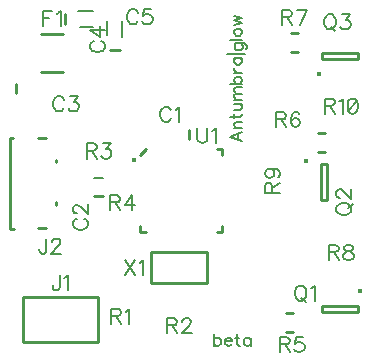
<source format=gbr>
G04 DipTrace 2.3.0.0*
%INTopSilk.gbr*%
%MOMM*%
%ADD10C,0.25*%
%ADD15C,0.2*%
%ADD17C,0.4*%
%ADD21C,0.16*%
%ADD37O,0.391X0.392*%
%ADD84C,0.196*%
%FSLAX53Y53*%
G04*
G71*
G90*
G75*
G01*
%LNTopSilk*%
%LPD*%
X14849Y19400D2*
D10*
Y18600D1*
X6800Y13849D2*
X7600D1*
X251Y22500D2*
Y23300D1*
X4352Y28400D2*
Y29200D1*
X9000Y26152D2*
X8200D1*
X4202Y27500D2*
X2298D1*
X4202Y24300D2*
X2298D1*
X795Y5240D2*
X7145D1*
Y1430D1*
X795D1*
Y5240D1*
X2070Y18740D2*
X2720D1*
X2120Y11100D2*
X2731D1*
X3640Y16850D2*
Y16659D1*
Y13300D2*
Y13070D1*
X-20Y18760D2*
X-220D1*
X-250D2*
Y11020D1*
X-260D2*
X10D1*
D37*
X29384Y5774D3*
X29150Y4500D2*
D10*
X26150D1*
Y4000D1*
X29150D1*
Y4500D1*
D37*
X24786Y16734D3*
X26060Y16500D2*
D10*
Y13500D1*
X26560D1*
Y16500D1*
X26060D1*
D37*
X25916Y24126D3*
X26150Y25400D2*
D10*
X29150D1*
Y25900D1*
X26150D1*
Y25400D1*
X23699Y3899D2*
X23101D1*
X23699Y2301D2*
X23101D1*
X26359Y19149D2*
X25761D1*
X26359Y17551D2*
X25761D1*
X24099Y27599D2*
X23501D1*
X24099Y26001D2*
X23501D1*
X10700Y10800D2*
Y11300D1*
Y10800D2*
X11200D1*
X17700D2*
Y11300D1*
Y10800D2*
X17200D1*
X17700Y17800D2*
Y17300D1*
Y17800D2*
X17200D1*
X10700Y17300D2*
X11200Y17800D1*
D17*
X10206Y16850D3*
X11669Y9110D2*
D10*
X16369D1*
Y6470D1*
X11669D1*
Y9110D1*
X5500Y29500D2*
D15*
X6700D1*
X5600Y28100D2*
X6700D1*
X9200Y28600D2*
Y27300D1*
X7900Y28600D2*
Y27400D1*
X6800Y15350D2*
X7550D1*
X13356Y21057D2*
D84*
X13296Y21177D1*
X13174Y21300D1*
X13053Y21360D1*
X12810D1*
X12688Y21300D1*
X12567Y21177D1*
X12506Y21057D1*
X12445Y20874D1*
Y20570D1*
X12506Y20388D1*
X12567Y20266D1*
X12688Y20146D1*
X12810Y20084D1*
X13053D1*
X13174Y20146D1*
X13296Y20266D1*
X13356Y20388D1*
X13749Y21116D2*
X13871Y21177D1*
X14053Y21358D1*
Y20084D1*
X5343Y11883D2*
X5223Y11823D1*
X5101Y11701D1*
X5040Y11580D1*
Y11337D1*
X5100Y11215D1*
X5223Y11094D1*
X5343Y11033D1*
X5526Y10972D1*
X5830D1*
X6012Y11033D1*
X6134Y11094D1*
X6254Y11215D1*
X6316Y11337D1*
Y11580D1*
X6254Y11701D1*
X6134Y11823D1*
X6012Y11883D1*
X5345Y12337D2*
X5284D1*
X5162Y12398D1*
X5102Y12458D1*
X5042Y12580D1*
Y12823D1*
X5102Y12944D1*
X5162Y13004D1*
X5284Y13066D1*
X5405D1*
X5527Y13004D1*
X5708Y12883D1*
X6316Y12276D1*
Y13126D1*
X4285Y21957D2*
X4224Y22077D1*
X4102Y22200D1*
X3982Y22260D1*
X3739D1*
X3617Y22200D1*
X3496Y22077D1*
X3434Y21957D1*
X3374Y21774D1*
Y21470D1*
X3434Y21288D1*
X3496Y21166D1*
X3617Y21046D1*
X3739Y20984D1*
X3982D1*
X4102Y21046D1*
X4224Y21166D1*
X4285Y21288D1*
X4799Y22258D2*
X5466D1*
X5102Y21773D1*
X5285D1*
X5406Y21712D1*
X5466Y21652D1*
X5528Y21470D1*
Y21349D1*
X5466Y21166D1*
X5345Y21044D1*
X5163Y20984D1*
X4980D1*
X4799Y21044D1*
X4739Y21106D1*
X4677Y21227D1*
X6784Y26904D2*
X6664Y26844D1*
X6541Y26721D1*
X6481Y26601D1*
Y26358D1*
X6541Y26236D1*
X6664Y26115D1*
X6784Y26053D1*
X6967Y25993D1*
X7271D1*
X7453Y26053D1*
X7575Y26115D1*
X7695Y26236D1*
X7757Y26358D1*
Y26601D1*
X7695Y26721D1*
X7575Y26844D1*
X7453Y26904D1*
X7757Y27904D2*
X6483D1*
X7332Y27296D1*
Y28207D1*
X10534Y29318D2*
X10474Y29439D1*
X10352Y29561D1*
X10231Y29621D1*
X9988D1*
X9866Y29561D1*
X9745Y29439D1*
X9683Y29318D1*
X9623Y29135D1*
Y28831D1*
X9683Y28650D1*
X9745Y28527D1*
X9866Y28407D1*
X9988Y28345D1*
X10231D1*
X10352Y28407D1*
X10474Y28527D1*
X10534Y28650D1*
X11655Y29620D2*
X11048D1*
X10988Y29074D1*
X11048Y29134D1*
X11231Y29196D1*
X11412D1*
X11594Y29134D1*
X11717Y29013D1*
X11777Y28831D1*
Y28710D1*
X11717Y28527D1*
X11594Y28405D1*
X11412Y28345D1*
X11231D1*
X11048Y28405D1*
X10988Y28467D1*
X10926Y28588D1*
X3297Y29460D2*
X2506D1*
Y28184D1*
Y28852D2*
X2992D1*
X3689Y29216D2*
X3811Y29277D1*
X3994Y29458D1*
Y28184D1*
X3926Y7100D2*
Y6128D1*
X3865Y5946D1*
X3803Y5886D1*
X3683Y5824D1*
X3561D1*
X3440Y5886D1*
X3379Y5946D1*
X3318Y6128D1*
Y6249D1*
X4318Y6856D2*
X4440Y6917D1*
X4622Y7098D1*
Y5824D1*
X2797Y10210D2*
Y9238D1*
X2737Y9056D1*
X2675Y8996D1*
X2555Y8934D1*
X2432D1*
X2312Y8996D1*
X2251Y9056D1*
X2190Y9238D1*
Y9359D1*
X3251Y9905D2*
Y9966D1*
X3312Y10088D1*
X3372Y10148D1*
X3494Y10208D1*
X3737D1*
X3858Y10148D1*
X3918Y10088D1*
X3980Y9966D1*
Y9845D1*
X3918Y9723D1*
X3798Y9542D1*
X3190Y8934D1*
X4040D1*
X24195Y6229D2*
X24074Y6170D1*
X23952Y6048D1*
X23892Y5926D1*
X23830Y5744D1*
Y5440D1*
X23892Y5258D1*
X23952Y5137D1*
X24074Y5015D1*
X24195Y4955D1*
X24438D1*
X24560Y5015D1*
X24681Y5137D1*
X24741Y5258D1*
X24803Y5440D1*
Y5744D1*
X24741Y5926D1*
X24681Y6048D1*
X24560Y6170D1*
X24438Y6229D1*
X24195D1*
X24377Y5198D2*
X24741Y4833D1*
X25195Y5985D2*
X25317Y6047D1*
X25499Y6228D1*
Y4953D1*
X27331Y12572D2*
X27390Y12451D1*
X27512Y12329D1*
X27634Y12268D1*
X27816Y12207D1*
X28120D1*
X28302Y12268D1*
X28423Y12329D1*
X28545Y12451D1*
X28605Y12572D1*
Y12815D1*
X28545Y12937D1*
X28423Y13057D1*
X28302Y13118D1*
X28120Y13180D1*
X27816D1*
X27634Y13118D1*
X27512Y13057D1*
X27390Y12937D1*
X27331Y12815D1*
Y12572D1*
X28362Y12754D2*
X28727Y13118D1*
X27635Y13634D2*
X27575D1*
X27453Y13694D1*
X27392Y13754D1*
X27332Y13876D1*
Y14119D1*
X27392Y14240D1*
X27453Y14300D1*
X27575Y14362D1*
X27696D1*
X27818Y14300D1*
X27999Y14180D1*
X28607Y13572D1*
Y14422D1*
X26693Y29185D2*
X26572Y29126D1*
X26450Y29004D1*
X26389Y28882D1*
X26328Y28699D1*
Y28396D1*
X26389Y28213D1*
X26450Y28093D1*
X26572Y27971D1*
X26693Y27910D1*
X26935D1*
X27058Y27971D1*
X27178Y28093D1*
X27239Y28213D1*
X27300Y28396D1*
Y28699D1*
X27239Y28882D1*
X27178Y29004D1*
X27058Y29126D1*
X26935Y29185D1*
X26693D1*
X26875Y28153D2*
X27239Y27788D1*
X27815Y29183D2*
X28482D1*
X28118Y28698D1*
X28300D1*
X28421Y28637D1*
X28482Y28577D1*
X28543Y28395D1*
Y28274D1*
X28482Y28091D1*
X28361Y27969D1*
X28178Y27909D1*
X27996D1*
X27815Y27969D1*
X27754Y28031D1*
X27693Y28152D1*
X8276Y3652D2*
X8822D1*
X9005Y3714D1*
X9067Y3774D1*
X9127Y3895D1*
Y4017D1*
X9067Y4138D1*
X9005Y4200D1*
X8822Y4260D1*
X8276D1*
Y2984D1*
X8702Y3652D2*
X9127Y2984D1*
X9519Y4016D2*
X9641Y4077D1*
X9824Y4258D1*
Y2984D1*
X13003Y2861D2*
X13549D1*
X13732Y2923D1*
X13794Y2984D1*
X13854Y3104D1*
Y3226D1*
X13794Y3347D1*
X13732Y3409D1*
X13549Y3469D1*
X13003D1*
Y2193D1*
X13429Y2861D2*
X13854Y2193D1*
X14308Y3165D2*
Y3225D1*
X14368Y3347D1*
X14429Y3407D1*
X14551Y3468D1*
X14794D1*
X14914Y3407D1*
X14975Y3347D1*
X15036Y3225D1*
Y3104D1*
X14975Y2982D1*
X14854Y2801D1*
X14246Y2193D1*
X15097D1*
X6203Y17652D2*
X6749D1*
X6932Y17714D1*
X6994Y17774D1*
X7054Y17895D1*
Y18017D1*
X6994Y18138D1*
X6932Y18200D1*
X6749Y18260D1*
X6203D1*
Y16984D1*
X6629Y17652D2*
X7054Y16984D1*
X7568Y18258D2*
X8235D1*
X7871Y17773D1*
X8054D1*
X8175Y17712D1*
X8235Y17652D1*
X8297Y17470D1*
Y17349D1*
X8235Y17166D1*
X8114Y17044D1*
X7932Y16984D1*
X7749D1*
X7568Y17044D1*
X7508Y17106D1*
X7446Y17227D1*
X8173Y13261D2*
X8719D1*
X8902Y13323D1*
X8963Y13384D1*
X9024Y13504D1*
Y13626D1*
X8963Y13747D1*
X8902Y13809D1*
X8719Y13869D1*
X8173D1*
Y12593D1*
X8598Y13261D2*
X9024Y12593D1*
X10024D2*
Y13868D1*
X9416Y13019D1*
X10327D1*
X22553Y1252D2*
X23099D1*
X23282Y1314D1*
X23344Y1374D1*
X23404Y1495D1*
Y1617D1*
X23344Y1738D1*
X23282Y1800D1*
X23099Y1860D1*
X22553D1*
Y584D1*
X22979Y1252D2*
X23404Y584D1*
X24525Y1858D2*
X23918D1*
X23858Y1312D1*
X23918Y1373D1*
X24101Y1435D1*
X24282D1*
X24464Y1373D1*
X24586Y1252D1*
X24647Y1070D1*
Y949D1*
X24586Y766D1*
X24464Y644D1*
X24282Y584D1*
X24101D1*
X23918Y644D1*
X23858Y706D1*
X23796Y827D1*
X22244Y20302D2*
X22790D1*
X22973Y20364D1*
X23034Y20424D1*
X23095Y20545D1*
Y20667D1*
X23034Y20788D1*
X22973Y20850D1*
X22790Y20910D1*
X22244D1*
Y19634D1*
X22669Y20302D2*
X23095Y19634D1*
X24216Y20727D2*
X24155Y20848D1*
X23973Y20908D1*
X23852D1*
X23669Y20848D1*
X23547Y20666D1*
X23487Y20362D1*
Y20059D1*
X23547Y19816D1*
X23669Y19694D1*
X23852Y19634D1*
X23912D1*
X24093Y19694D1*
X24216Y19816D1*
X24276Y19999D1*
Y20059D1*
X24216Y20242D1*
X24093Y20362D1*
X23912Y20423D1*
X23852D1*
X23669Y20362D1*
X23547Y20242D1*
X23487Y20059D1*
X22753Y28952D2*
X23299D1*
X23482Y29014D1*
X23544Y29074D1*
X23604Y29195D1*
Y29317D1*
X23544Y29438D1*
X23482Y29500D1*
X23299Y29560D1*
X22753D1*
Y28284D1*
X23179Y28952D2*
X23604Y28284D1*
X24239D2*
X24847Y29558D1*
X23996D1*
X26704Y9052D2*
X27250D1*
X27432Y9114D1*
X27494Y9174D1*
X27555Y9295D1*
Y9417D1*
X27494Y9538D1*
X27432Y9600D1*
X27250Y9660D1*
X26704D1*
Y8384D1*
X27129Y9052D2*
X27555Y8384D1*
X28250Y9658D2*
X28069Y9598D1*
X28007Y9477D1*
Y9355D1*
X28069Y9235D1*
X28190Y9173D1*
X28433Y9112D1*
X28615Y9052D1*
X28736Y8930D1*
X28796Y8809D1*
Y8627D1*
X28736Y8506D1*
X28675Y8444D1*
X28493Y8384D1*
X28250D1*
X28069Y8444D1*
X28007Y8506D1*
X27947Y8627D1*
Y8809D1*
X28007Y8930D1*
X28129Y9052D1*
X28310Y9112D1*
X28553Y9173D1*
X28675Y9235D1*
X28736Y9355D1*
Y9477D1*
X28675Y9598D1*
X28493Y9658D1*
X28250D1*
X21908Y14083D2*
Y14629D1*
X21846Y14812D1*
X21786Y14874D1*
X21665Y14934D1*
X21543D1*
X21422Y14874D1*
X21361Y14812D1*
X21300Y14629D1*
Y14083D1*
X22576D1*
X21908Y14509D2*
X22576Y14934D1*
X21726Y16117D2*
X21908Y16055D1*
X22030Y15934D1*
X22091Y15752D1*
Y15691D1*
X22030Y15509D1*
X21908Y15388D1*
X21726Y15326D1*
X21665D1*
X21483Y15388D1*
X21362Y15509D1*
X21302Y15691D1*
Y15752D1*
X21362Y15934D1*
X21483Y16055D1*
X21726Y16117D1*
X22030D1*
X22333Y16055D1*
X22516Y15934D1*
X22576Y15752D1*
Y15631D1*
X22516Y15448D1*
X22394Y15388D1*
X26355Y21452D2*
X26901D1*
X27083Y21514D1*
X27145Y21574D1*
X27206Y21695D1*
Y21817D1*
X27145Y21938D1*
X27083Y22000D1*
X26901Y22060D1*
X26355D1*
Y20784D1*
X26780Y21452D2*
X27206Y20784D1*
X27598Y21816D2*
X27720Y21877D1*
X27902Y22058D1*
Y20784D1*
X28659Y22058D2*
X28477Y21998D1*
X28355Y21816D1*
X28294Y21512D1*
Y21330D1*
X28355Y21027D1*
X28477Y20844D1*
X28659Y20784D1*
X28780D1*
X28963Y20844D1*
X29083Y21027D1*
X29145Y21330D1*
Y21512D1*
X29083Y21816D1*
X28963Y21998D1*
X28780Y22058D1*
X28659D1*
X29083Y21816D2*
X28355Y21027D1*
X15579Y19560D2*
Y18649D1*
X15640Y18466D1*
X15762Y18346D1*
X15944Y18284D1*
X16065D1*
X16248Y18346D1*
X16370Y18466D1*
X16430Y18649D1*
Y19560D1*
X16822Y19316D2*
X16944Y19377D1*
X17127Y19558D1*
Y18284D1*
X9445Y8370D2*
X10296Y7094D1*
Y8370D2*
X9445Y7094D1*
X10688Y8126D2*
X10810Y8187D1*
X10993Y8368D1*
Y7094D1*
X19359Y19231D2*
D21*
X18338Y18841D1*
X19359Y18453D1*
X19018Y18599D2*
Y19085D1*
X18678Y19545D2*
X19359D1*
X18872D2*
X18726Y19691D1*
X18678Y19788D1*
Y19933D1*
X18726Y20031D1*
X18872Y20079D1*
X19359D1*
X18338Y20539D2*
X19164D1*
X19309Y20587D1*
X19359Y20685D1*
Y20782D1*
X18678Y20393D2*
Y20733D1*
Y21095D2*
X19164D1*
X19309Y21144D1*
X19359Y21241D1*
Y21387D1*
X19309Y21484D1*
X19164Y21630D1*
X18678D2*
X19359D1*
X18678Y21944D2*
X19359D1*
X18872D2*
X18726Y22090D1*
X18678Y22187D1*
Y22332D1*
X18726Y22430D1*
X18872Y22478D1*
X19359D1*
X18872D2*
X18726Y22624D1*
X18678Y22722D1*
Y22867D1*
X18726Y22965D1*
X18872Y23014D1*
X19359D1*
X18338Y23328D2*
X19359D1*
X18824D2*
X18726Y23425D1*
X18678Y23522D1*
Y23668D1*
X18726Y23765D1*
X18824Y23862D1*
X18970Y23911D1*
X19067D1*
X19213Y23862D1*
X19309Y23765D1*
X19359Y23668D1*
Y23522D1*
X19309Y23425D1*
X19213Y23328D1*
X18678Y24224D2*
X19359D1*
X18970D2*
X18824Y24274D1*
X18726Y24370D1*
X18678Y24468D1*
Y24614D1*
Y25511D2*
X19359D1*
X18824D2*
X18726Y25414D1*
X18678Y25316D1*
Y25171D1*
X18726Y25074D1*
X18824Y24977D1*
X18970Y24928D1*
X19067D1*
X19213Y24977D1*
X19309Y25074D1*
X19359Y25171D1*
Y25316D1*
X19309Y25414D1*
X19213Y25511D1*
X18072Y25824D2*
X19626D1*
X18726Y26721D2*
X19505D1*
X19650Y26673D1*
X19699Y26624D1*
X19747Y26527D1*
Y26381D1*
X19699Y26284D1*
X18872Y26721D2*
X18776Y26624D1*
X18726Y26527D1*
Y26381D1*
X18776Y26284D1*
X18872Y26186D1*
X19018Y26138D1*
X19116D1*
X19261Y26186D1*
X19359Y26284D1*
X19407Y26381D1*
Y26527D1*
X19359Y26624D1*
X19261Y26721D1*
X18338Y27035D2*
X19359D1*
X18678Y27591D2*
X18726Y27494D1*
X18824Y27397D1*
X18970Y27348D1*
X19067D1*
X19213Y27397D1*
X19309Y27494D1*
X19359Y27591D1*
Y27737D1*
X19309Y27835D1*
X19213Y27931D1*
X19067Y27981D1*
X18970D1*
X18824Y27931D1*
X18726Y27835D1*
X18678Y27737D1*
Y27591D1*
Y28294D2*
X19359Y28489D1*
X18678Y28683D1*
X19359Y28877D1*
X18678Y29072D1*
X17000Y2134D2*
Y1113D1*
Y1648D2*
X17098Y1745D1*
X17194Y1794D1*
X17340D1*
X17437Y1745D1*
X17535Y1648D1*
X17583Y1502D1*
Y1405D1*
X17535Y1259D1*
X17437Y1162D1*
X17340Y1113D1*
X17194D1*
X17098Y1162D1*
X17000Y1259D1*
X17897Y1502D2*
X18479D1*
Y1599D1*
X18431Y1697D1*
X18383Y1745D1*
X18285Y1794D1*
X18139D1*
X18043Y1745D1*
X17945Y1648D1*
X17897Y1502D1*
Y1405D1*
X17945Y1259D1*
X18043Y1162D1*
X18139Y1113D1*
X18285D1*
X18383Y1162D1*
X18479Y1259D1*
X18939Y2134D2*
Y1307D1*
X18987Y1162D1*
X19085Y1113D1*
X19182D1*
X18793Y1794D2*
X19133D1*
X20078D2*
Y1113D1*
Y1648D2*
X19982Y1745D1*
X19884Y1794D1*
X19739D1*
X19642Y1745D1*
X19545Y1648D1*
X19496Y1502D1*
Y1405D1*
X19545Y1259D1*
X19642Y1162D1*
X19739Y1113D1*
X19884D1*
X19982Y1162D1*
X20078Y1259D1*
M02*

</source>
